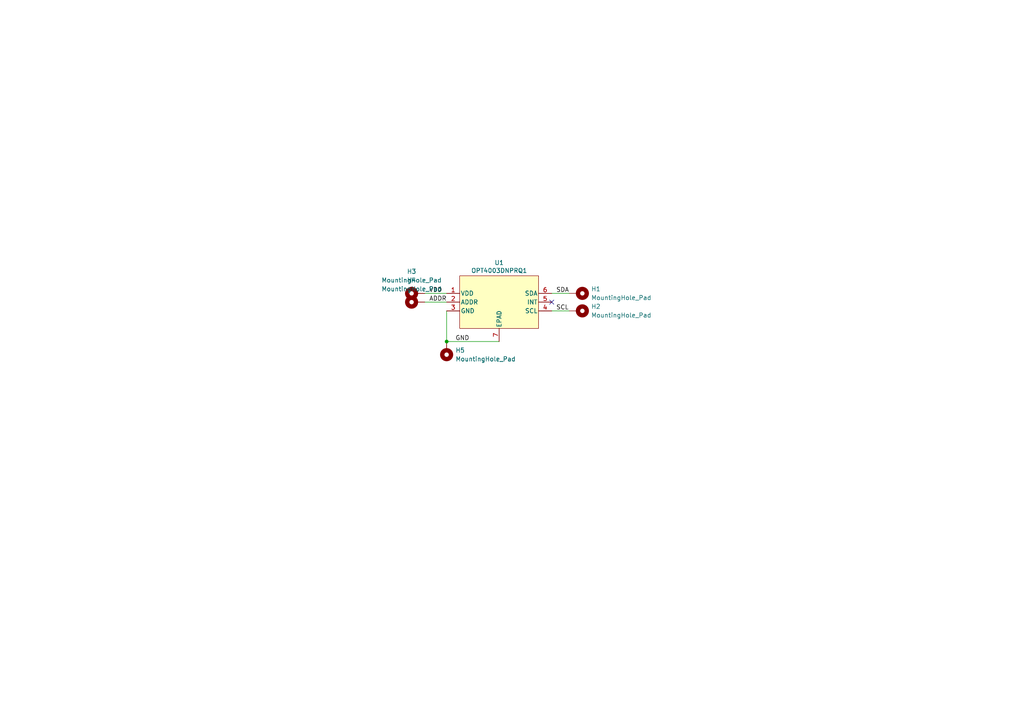
<source format=kicad_sch>
(kicad_sch (version 20231120) (generator "eeschema") (generator_version "8.0")
  (paper "A4")
  (lib_symbols
    (symbol "Argus-IC:OPT4003DNPRQ1" (pin_names (offset 0.254))
      (property "Reference" "U" (at 0 11.938 0))
      (property "Value" "OPT4003DNPRQ1" (at 0 9.398 0))
      (symbol "OPT4003DNPRQ1_1_1"
        (rectangle (start -11.43 7.62) (end 11.43 -7.62) (fill (type background)))
        (pin input line (at -15.24 2.54 0) (length 3.81) (name "VDD") (number "1"))
        (pin input line (at -15.24 0 0) (length 3.81) (name "ADDR") (number "2"))
        (pin power_in line (at -15.24 -2.54 0) (length 3.81) (name "GND") (number "3"))
        (pin input line (at 15.24 -2.54 180) (length 3.81) (name "SCL") (number "4"))
        (pin bidirectional line (at 15.24 0 180) (length 3.81) (name "INT") (number "5"))
        (pin bidirectional line (at 15.24 2.54 180) (length 3.81) (name "SDA") (number "6"))
        (pin power_out line (at 0 -11.43 90) (length 3.81) (name "EPAD") (number "7"))
      )
    )
    (symbol "Mechanical:MountingHole_Pad" (pin_numbers hide) (pin_names (offset 1.016) hide) (exclude_from_sim yes) (in_bom no)
      (property "Reference" "H" (at 0 6.35 0))
      (property "Value" "MountingHole_Pad" (at 0 4.445 0))
      (symbol "MountingHole_Pad_0_1"
        (circle (center 0 1.27) (radius 1.27) (stroke (width 1.27)))
      )
      (symbol "MountingHole_Pad_1_1"
        (pin input line (at 0 -2.54 90) (length 2.54) (name "1") (number "1"))
      )
    )
  )
  (junction (at 129.54 99.06))
  (no_connect (at 160.02 87.63))
  (wire (pts (xy 123.19 87.63) (xy 129.54 87.63)))
  (wire (pts (xy 160.02 90.17) (xy 165.1 90.17)))
  (wire (pts (xy 123.19 85.09) (xy 129.54 85.09)))
  (wire (pts (xy 129.54 90.17) (xy 129.54 99.06)))
  (wire (pts (xy 160.02 85.09) (xy 165.1 85.09)))
  (wire (pts (xy 129.54 99.06) (xy 144.78 99.06)))
  (label "GND" (at 132.08 99.06 0))
  (label "SDA" (at 161.29 85.09 0))
  (label "SCL" (at 161.29 90.17 0))
  (label "VDD" (at 124.46 85.09 0))
  (label "ADDR" (at 124.46 87.63 0))
  (symbol (lib_id "Argus-IC:OPT4003DNPRQ1") (at 144.78 87.63 0) (unit 1)
    (property "Reference" "U1" (at 144.78 76.2 0))
    (property "Value" "OPT4003DNPRQ1" (at 144.78 78.486 0))
    (property "Footprint" "Argus-IC:OPT4003" (effects (hide yes)))
    (property "Datasheet" "OPT4003DNPRQ1" (effects (hide yes)))
  )
  (symbol (lib_id "Mechanical:MountingHole_Pad") (at 167.64 90.17 270) (unit 1) (exclude_from_sim yes) (in_bom no)
    (property "Reference" "H2" (at 171.45 88.8999 90) (effects (justify left)))
    (property "Value" "MountingHole_Pad" (at 171.45 91.4399 90) (effects (justify left)))
    (property "Footprint" "Argus-Miscellaneous:LightSensorPad" (effects (hide yes)))
    (property "Description" "Mounting Hole with connection" (effects (hide yes)))
  )
  (symbol (lib_id "Mechanical:MountingHole_Pad") (at 120.65 85.09 90) (unit 1) (exclude_from_sim yes) (in_bom no)
    (property "Reference" "H3" (at 119.38 78.74 90))
    (property "Value" "MountingHole_Pad" (at 119.38 81.28 90))
    (property "Footprint" "Argus-Miscellaneous:LightSensorPad" (effects (hide yes)))
    (property "Description" "Mounting Hole with connection" (effects (hide yes)))
  )
  (symbol (lib_id "Mechanical:MountingHole_Pad") (at 167.64 85.09 270) (unit 1) (exclude_from_sim yes) (in_bom no)
    (property "Reference" "H1" (at 171.45 83.8199 90) (effects (justify left)))
    (property "Value" "MountingHole_Pad" (at 171.45 86.3599 90) (effects (justify left)))
    (property "Footprint" "Argus-Miscellaneous:LightSensorPad" (effects (hide yes)))
    (property "Description" "Mounting Hole with connection" (effects (hide yes)))
  )
  (symbol (lib_id "Mechanical:MountingHole_Pad") (at 120.65 87.63 90) (unit 1) (exclude_from_sim yes) (in_bom no)
    (property "Reference" "H4" (at 119.38 81.28 90))
    (property "Value" "MountingHole_Pad" (at 119.38 83.82 90))
    (property "Footprint" "Argus-Miscellaneous:LightSensorPad" (effects (hide yes)))
    (property "Description" "Mounting Hole with connection" (effects (hide yes)))
  )
  (symbol (lib_id "Mechanical:MountingHole_Pad") (at 129.54 101.6 180) (unit 1) (exclude_from_sim yes) (in_bom no)
    (property "Reference" "H5" (at 132.08 101.5999 0) (effects (justify right)))
    (property "Value" "MountingHole_Pad" (at 132.08 104.1399 0) (effects (justify right)))
    (property "Footprint" "Argus-Miscellaneous:LightSensorPad" (effects (hide yes)))
    (property "Description" "Mounting Hole with connection" (effects (hide yes)))
  )
)
</source>
